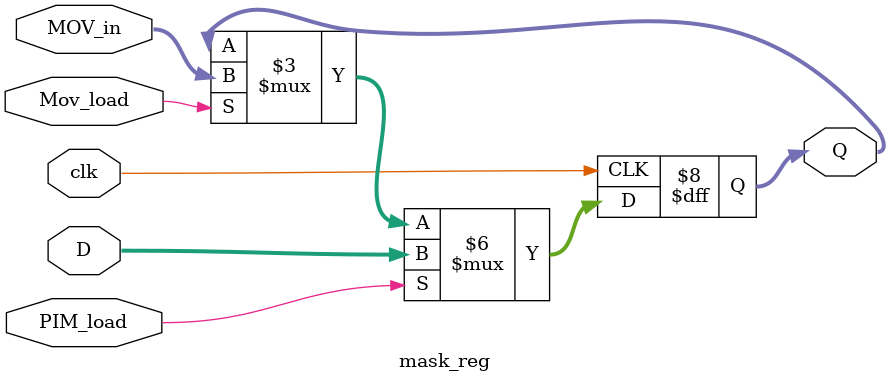
<source format=sv>
`timescale 1ns / 1ps


module mask_reg #(parameter N = 10)
(   input       [N-1:0]   D,
    input       [N-1:0]   MOV_in,
    input                 clk,
    input                 PIM_load,
    input                 Mov_load,
    output reg  [N-1:0]   Q);  
     
 
 always @(posedge clk)
 begin      
          if (PIM_load) 
              begin       
                 Q <=  D; 
              end
          else if(Mov_load)
              begin
                 Q <= MOV_in;
              end
          else 
              begin
                 Q <= Q;
              end   
        end      
 endmodule 
</source>
